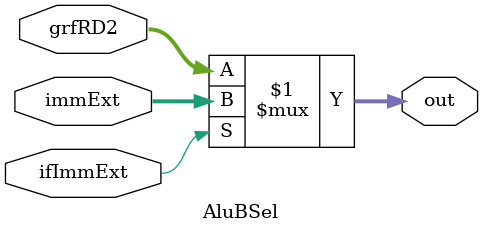
<source format=v>
`timescale 1ns / 1ps
module AluBSel(
	input ifImmExt,
	input [31:0]immExt,
	input [31:0]grfRD2,
	output [31:0]out
    );
	 
assign out = (ifImmExt)? immExt:
				 grfRD2;

endmodule
</source>
